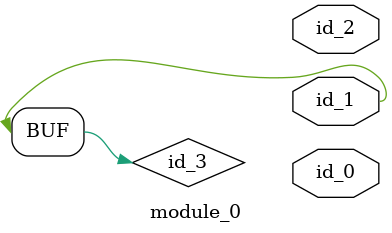
<source format=v>
module module_0 (
    output id_0,
    output id_1,
    output id_2
);
  assign id_1 = id_3;
endmodule

</source>
